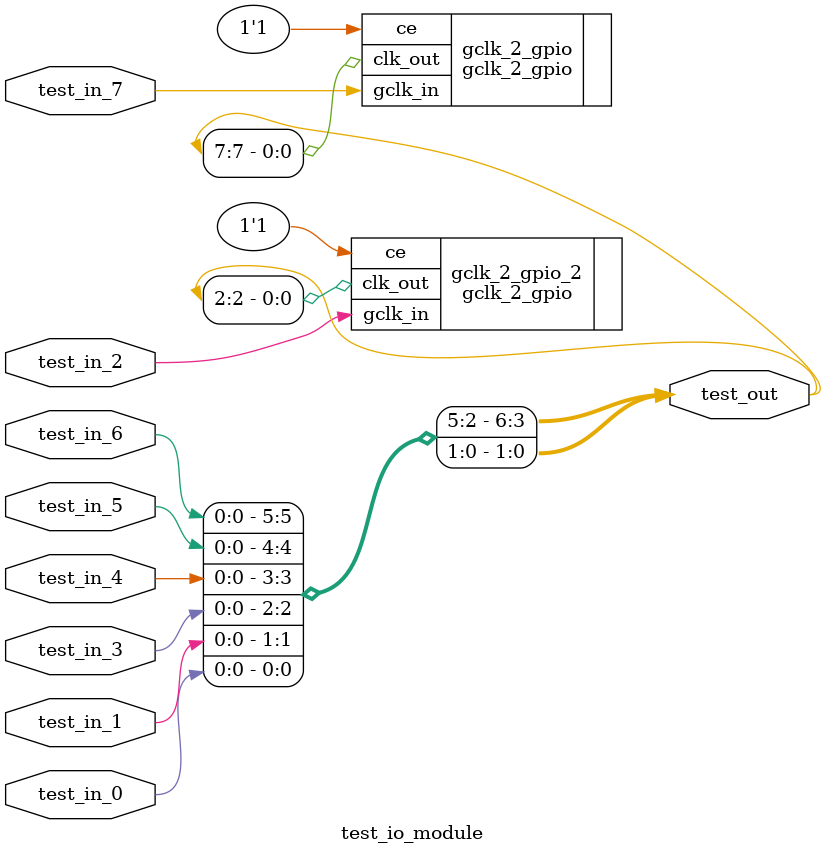
<source format=v>
`timescale 1ns / 1ps
module test_io_module( test_in_0, test_in_1, test_in_2, test_in_3, test_in_4, test_in_5, test_in_6, test_in_7, test_out
    );
	input				test_in_0;
	input				test_in_1;
	input				test_in_2;
	input				test_in_3;
	input				test_in_4;
	input				test_in_5;
	input				test_in_6;
	input				test_in_7;
	
	output [7:0]	test_out;
	

	assign	test_out[0] = test_in_0;
	assign	test_out[1] = test_in_1;
	//assign	test_out[2] = test_in_2;
	gclk_2_gpio gclk_2_gpio_2(
    .gclk_in(test_in_2), 
    .clk_out(test_out[2]), 
    .ce(1'b1)
    );
	assign	test_out[3] = test_in_3;
	assign	test_out[4] = test_in_4;
	assign	test_out[5] = test_in_5;
//	gclk_2_gpio gclk_2_gpio_5(
//    .gclk_in(test_in_5), 
//    .clk_out(test_out[5]), 
//    .ce(1'b1)
//    );
	assign	test_out[6] = test_in_6;
	//assign	test_out[7] = test_in_7;
	gclk_2_gpio gclk_2_gpio(
    .gclk_in(test_in_7), 
    .clk_out(test_out[7]), 
    .ce(1'b1)
    );
endmodule


</source>
